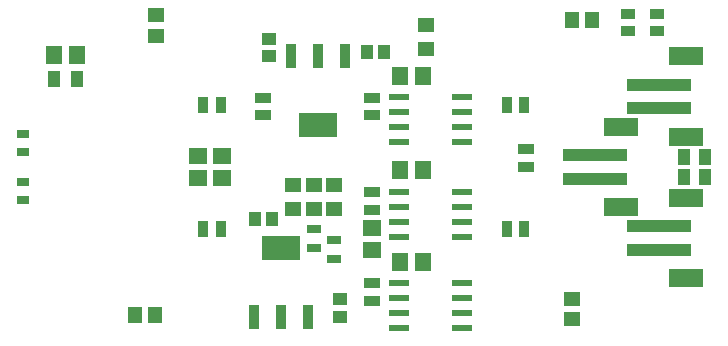
<source format=gbp>
G04*
G04 #@! TF.GenerationSoftware,Altium Limited,Altium Designer,22.2.1 (43)*
G04*
G04 Layer_Color=128*
%FSLAX25Y25*%
%MOIN*%
G70*
G04*
G04 #@! TF.SameCoordinates,0E938A99-CEBE-4E5B-98FA-E82972142B6D*
G04*
G04*
G04 #@! TF.FilePolarity,Positive*
G04*
G01*
G75*
%ADD17R,0.06102X0.05512*%
%ADD18R,0.05709X0.04724*%
%ADD29R,0.04724X0.05709*%
%ADD32R,0.05512X0.06102*%
%ADD44R,0.03740X0.05315*%
%ADD46R,0.05315X0.03740*%
%ADD52R,0.03960X0.05151*%
%ADD94R,0.04134X0.05512*%
%ADD95R,0.05151X0.03960*%
%ADD96R,0.12795X0.08465*%
%ADD97R,0.03740X0.08465*%
%ADD98R,0.05315X0.06102*%
%ADD99R,0.04921X0.03150*%
%ADD100R,0.03937X0.05315*%
%ADD101R,0.21654X0.03937*%
%ADD102R,0.11811X0.06299*%
G04:AMPARAMS|DCode=103|XSize=64.57mil|YSize=23.23mil|CornerRadius=2.9mil|HoleSize=0mil|Usage=FLASHONLY|Rotation=0.000|XOffset=0mil|YOffset=0mil|HoleType=Round|Shape=RoundedRectangle|*
%AMROUNDEDRECTD103*
21,1,0.06457,0.01742,0,0,0.0*
21,1,0.05876,0.02323,0,0,0.0*
1,1,0.00581,0.02938,-0.00871*
1,1,0.00581,-0.02938,-0.00871*
1,1,0.00581,-0.02938,0.00871*
1,1,0.00581,0.02938,0.00871*
%
%ADD103ROUNDEDRECTD103*%
%ADD104R,0.04969X0.03771*%
%ADD105R,0.03937X0.03150*%
D17*
X124606Y38780D02*
D03*
Y31299D02*
D03*
X66929Y55315D02*
D03*
Y62795D02*
D03*
X74803Y62795D02*
D03*
Y55315D02*
D03*
D18*
X98425Y53150D02*
D03*
Y45276D02*
D03*
X112205D02*
D03*
Y53150D02*
D03*
X142717Y106299D02*
D03*
Y98425D02*
D03*
X105315Y53150D02*
D03*
Y45276D02*
D03*
X191339Y15157D02*
D03*
Y8465D02*
D03*
X52756Y109646D02*
D03*
Y102953D02*
D03*
D29*
X52559Y9843D02*
D03*
X45866D02*
D03*
X198228Y108268D02*
D03*
X191535D02*
D03*
D32*
X18898Y96457D02*
D03*
X26378D02*
D03*
D44*
X175591Y38386D02*
D03*
X169685D02*
D03*
X74508D02*
D03*
X68602D02*
D03*
X175591Y79724D02*
D03*
X169685D02*
D03*
X68602D02*
D03*
X74508D02*
D03*
D46*
X176181Y65158D02*
D03*
Y59252D02*
D03*
X124606Y82284D02*
D03*
Y76378D02*
D03*
Y20472D02*
D03*
Y14567D02*
D03*
Y50787D02*
D03*
Y44882D02*
D03*
X88583Y76378D02*
D03*
Y82284D02*
D03*
D52*
X128843Y97441D02*
D03*
X123125D02*
D03*
X85724Y41929D02*
D03*
X91442D02*
D03*
D94*
X18898Y88583D02*
D03*
X26378D02*
D03*
D95*
X90551Y101875D02*
D03*
Y96157D02*
D03*
X114173Y9252D02*
D03*
Y14970D02*
D03*
D96*
X106693Y73228D02*
D03*
X94488Y32087D02*
D03*
D97*
X115748Y96063D02*
D03*
X106693D02*
D03*
X97638D02*
D03*
X85433Y9252D02*
D03*
X94488D02*
D03*
X103543D02*
D03*
D98*
X141634Y89567D02*
D03*
X133957D02*
D03*
X141634Y58071D02*
D03*
X133957D02*
D03*
X141634Y27559D02*
D03*
X133957D02*
D03*
D99*
X112205Y34646D02*
D03*
Y28346D02*
D03*
X105315Y38583D02*
D03*
Y32283D02*
D03*
D100*
X235827Y55709D02*
D03*
X228740D02*
D03*
X228740Y62402D02*
D03*
X235827D02*
D03*
D101*
X199016Y62992D02*
D03*
Y55118D02*
D03*
X220472Y31496D02*
D03*
Y39370D02*
D03*
Y78740D02*
D03*
Y86614D02*
D03*
D102*
X207874Y72441D02*
D03*
Y45669D02*
D03*
X229331Y22047D02*
D03*
Y48819D02*
D03*
Y69291D02*
D03*
Y96063D02*
D03*
D103*
X133917Y67303D02*
D03*
Y72303D02*
D03*
Y77303D02*
D03*
Y82303D02*
D03*
X154665D02*
D03*
Y77303D02*
D03*
Y72303D02*
D03*
Y67303D02*
D03*
Y35807D02*
D03*
Y40807D02*
D03*
Y45807D02*
D03*
Y50807D02*
D03*
X133917D02*
D03*
Y45807D02*
D03*
Y40807D02*
D03*
Y35807D02*
D03*
X154665Y5551D02*
D03*
Y10551D02*
D03*
Y15551D02*
D03*
Y20551D02*
D03*
X133917D02*
D03*
Y15551D02*
D03*
Y10551D02*
D03*
Y5551D02*
D03*
D104*
X210236Y104420D02*
D03*
Y110146D02*
D03*
X219685Y104420D02*
D03*
Y110146D02*
D03*
D105*
X8524Y48130D02*
D03*
Y54035D02*
D03*
Y69980D02*
D03*
Y64075D02*
D03*
M02*

</source>
